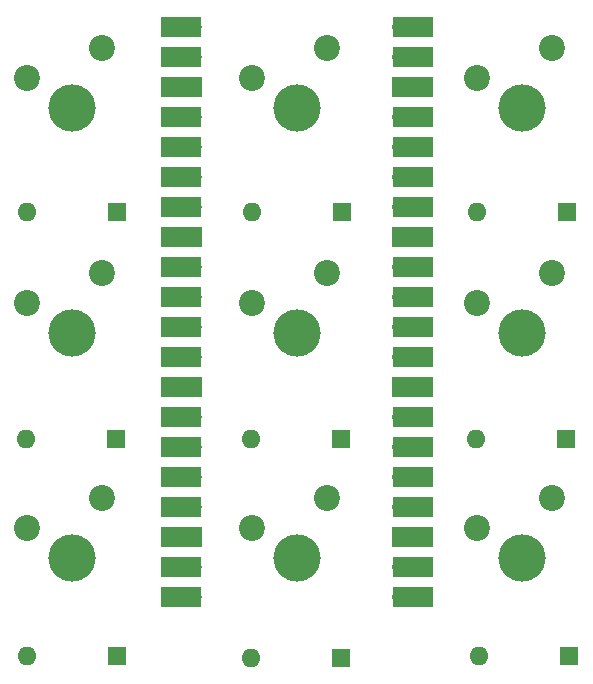
<source format=gbr>
%TF.GenerationSoftware,KiCad,Pcbnew,8.0.3*%
%TF.CreationDate,2024-08-31T16:39:55+01:00*%
%TF.ProjectId,macropad,6d616372-6f70-4616-942e-6b696361645f,rev?*%
%TF.SameCoordinates,Original*%
%TF.FileFunction,Soldermask,Bot*%
%TF.FilePolarity,Negative*%
%FSLAX46Y46*%
G04 Gerber Fmt 4.6, Leading zero omitted, Abs format (unit mm)*
G04 Created by KiCad (PCBNEW 8.0.3) date 2024-08-31 16:39:55*
%MOMM*%
%LPD*%
G01*
G04 APERTURE LIST*
%ADD10C,4.000000*%
%ADD11C,2.200000*%
%ADD12R,1.600000X1.600000*%
%ADD13O,1.600000X1.600000*%
%ADD14O,1.700000X1.700000*%
%ADD15R,3.500000X1.700000*%
%ADD16R,1.700000X1.700000*%
G04 APERTURE END LIST*
D10*
%TO.C,SW5*%
X66510000Y-74130000D03*
D11*
X69050000Y-69050000D03*
X62700000Y-71590000D03*
%TD*%
D12*
%TO.C,D3*%
X89320000Y-63900000D03*
D13*
X81700000Y-63900000D03*
%TD*%
D10*
%TO.C,SW2*%
X66510000Y-55080000D03*
D11*
X69050000Y-50000000D03*
X62700000Y-52540000D03*
%TD*%
D12*
%TO.C,D4*%
X51160000Y-83100000D03*
D13*
X43540000Y-83100000D03*
%TD*%
D10*
%TO.C,SW6*%
X85560000Y-74130000D03*
D11*
X88100000Y-69050000D03*
X81750000Y-71590000D03*
%TD*%
D10*
%TO.C,SW8*%
X66510000Y-93180000D03*
D11*
X69050000Y-88100000D03*
X62700000Y-90640000D03*
%TD*%
D10*
%TO.C,SW9*%
X85560000Y-93180000D03*
D11*
X88100000Y-88100000D03*
X81750000Y-90640000D03*
%TD*%
D10*
%TO.C,SW7*%
X47460000Y-93180000D03*
D11*
X50000000Y-88100000D03*
X43650000Y-90640000D03*
%TD*%
D12*
%TO.C,D7*%
X51260000Y-101500000D03*
D13*
X43640000Y-101500000D03*
%TD*%
D12*
%TO.C,D6*%
X89260000Y-83100000D03*
D13*
X81640000Y-83100000D03*
%TD*%
D12*
%TO.C,D2*%
X70270000Y-63900000D03*
D13*
X62650000Y-63900000D03*
%TD*%
D12*
%TO.C,D9*%
X89570000Y-101500000D03*
D13*
X81950000Y-101500000D03*
%TD*%
D10*
%TO.C,SW1*%
X47460000Y-55080000D03*
D11*
X50000000Y-50000000D03*
X43650000Y-52540000D03*
%TD*%
D10*
%TO.C,SW4*%
X47460000Y-74130000D03*
D11*
X50000000Y-69050000D03*
X43650000Y-71590000D03*
%TD*%
D12*
%TO.C,D5*%
X70210000Y-83100000D03*
D13*
X62590000Y-83100000D03*
%TD*%
D12*
%TO.C,D8*%
X70210000Y-101700000D03*
D13*
X62590000Y-101700000D03*
%TD*%
D10*
%TO.C,SW3*%
X85560000Y-55080000D03*
D11*
X88100000Y-50000000D03*
X81750000Y-52540000D03*
%TD*%
D12*
%TO.C,D1*%
X51220000Y-63900000D03*
D13*
X43600000Y-63900000D03*
%TD*%
D14*
%TO.C,U1*%
X75400000Y-48220000D03*
D15*
X76300000Y-48220000D03*
D14*
X75400000Y-50760000D03*
D15*
X76300000Y-50760000D03*
D16*
X75400000Y-53300000D03*
D15*
X76300000Y-53300000D03*
D14*
X75400000Y-55840000D03*
D15*
X76300000Y-55840000D03*
D14*
X75400000Y-58380000D03*
D15*
X76300000Y-58380000D03*
D14*
X75400000Y-60920000D03*
D15*
X76300000Y-60920000D03*
D14*
X75400000Y-63460000D03*
D15*
X76300000Y-63460000D03*
D16*
X75400000Y-66000000D03*
D15*
X76300000Y-66000000D03*
D14*
X75400000Y-68540000D03*
D15*
X76300000Y-68540000D03*
D14*
X75400000Y-71080000D03*
D15*
X76300000Y-71080000D03*
D14*
X75400000Y-73620000D03*
D15*
X76300000Y-73620000D03*
D14*
X75400000Y-76160000D03*
D15*
X76300000Y-76160000D03*
D16*
X75400000Y-78700000D03*
D15*
X76300000Y-78700000D03*
D14*
X75400000Y-81240000D03*
D15*
X76300000Y-81240000D03*
D14*
X75400000Y-83780000D03*
D15*
X76300000Y-83780000D03*
D14*
X75400000Y-86320000D03*
D15*
X76300000Y-86320000D03*
D14*
X75400000Y-88860000D03*
D15*
X76300000Y-88860000D03*
D16*
X75400000Y-91400000D03*
D15*
X76300000Y-91400000D03*
D14*
X75400000Y-93940000D03*
D15*
X76300000Y-93940000D03*
D14*
X75400000Y-96480000D03*
D15*
X76300000Y-96480000D03*
D14*
X57620000Y-96480000D03*
D15*
X56720000Y-96480000D03*
D14*
X57620000Y-93940000D03*
D15*
X56720000Y-93940000D03*
D16*
X57620000Y-91400000D03*
D15*
X56720000Y-91400000D03*
D14*
X57620000Y-88860000D03*
D15*
X56720000Y-88860000D03*
D14*
X57620000Y-86320000D03*
D15*
X56720000Y-86320000D03*
D14*
X57620000Y-83780000D03*
D15*
X56720000Y-83780000D03*
D14*
X57620000Y-81240000D03*
D15*
X56720000Y-81240000D03*
D16*
X57620000Y-78700000D03*
D15*
X56720000Y-78700000D03*
D14*
X57620000Y-76160000D03*
D15*
X56720000Y-76160000D03*
D14*
X57620000Y-73620000D03*
D15*
X56720000Y-73620000D03*
D14*
X57620000Y-71080000D03*
D15*
X56720000Y-71080000D03*
D14*
X57620000Y-68540000D03*
D15*
X56720000Y-68540000D03*
D16*
X57620000Y-66000000D03*
D15*
X56720000Y-66000000D03*
D14*
X57620000Y-63460000D03*
D15*
X56720000Y-63460000D03*
D14*
X57620000Y-60920000D03*
D15*
X56720000Y-60920000D03*
D14*
X57620000Y-58380000D03*
D15*
X56720000Y-58380000D03*
D14*
X57620000Y-55840000D03*
D15*
X56720000Y-55840000D03*
D16*
X57620000Y-53300000D03*
D15*
X56720000Y-53300000D03*
D14*
X57620000Y-50760000D03*
D15*
X56720000Y-50760000D03*
D14*
X57620000Y-48220000D03*
D15*
X56720000Y-48220000D03*
%TD*%
M02*

</source>
